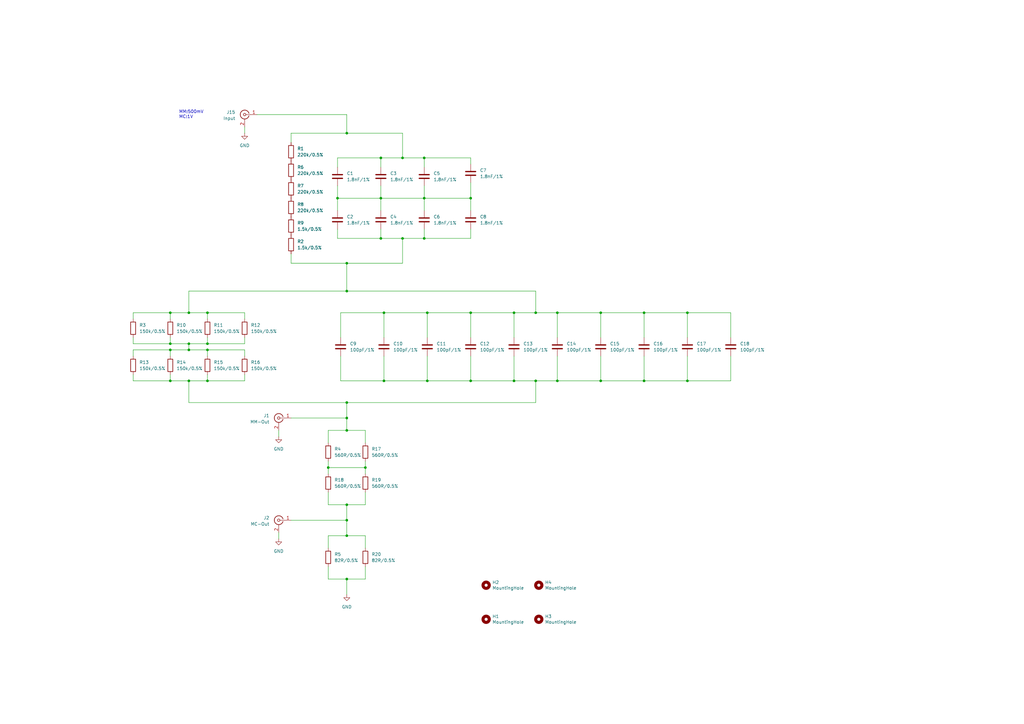
<source format=kicad_sch>
(kicad_sch (version 20250114) (generator "eeschema") (generator_version "9.0")
  (paper "A3")
  (title_block (title "Inverse RIAA") (date "2025-08-12") (rev "V1"))
  (lib_symbols
    (symbol "Connector:Conn_Coaxial" (pin_names (offset 1.016) (hide yes))
      (property "Reference" "J" (at 0.254 3.048 0))
      (property "Value" "Conn_Coaxial" (at 2.921 0 90))
      (symbol "Conn_Coaxial_0_1"
        (polyline (pts (xy -2.54 0) (xy -0.508 0)))
        (arc (start 1.778 0) (mid 0.222 -1.8079) (end -1.778 -0.508) (stroke (width 0.254)))
        (arc (start -1.778 0.508) (mid 0.2221 1.8084) (end 1.778 0) (stroke (width 0.254)))
        (circle (center 0 0) (radius 0.508) (stroke (width 0.2032)))
        (polyline (pts (xy 0 -2.54) (xy 0 -1.778)))
      )
      (symbol "Conn_Coaxial_1_1"
        (pin passive line (at -5.08 0 0) (length 2.54) (name "In") (number "1"))
        (pin passive line (at 0 -5.08 90) (length 2.54) (name "Ext") (number "2"))
      )
    )
    (symbol "Device:C" (pin_numbers (hide yes)) (pin_names (offset 0.254))
      (property "Reference" "C" (at 0.635 2.54 0))
      (property "Value" "C" (at 0.635 -2.54 0))
      (symbol "C_0_1"
        (polyline (pts (xy -2.032 0.762) (xy 2.032 0.762)) (stroke (width 0.508)))
        (polyline (pts (xy -2.032 -0.762) (xy 2.032 -0.762)) (stroke (width 0.508)))
      )
      (symbol "C_1_1"
        (pin passive line (at 0 3.81 270) (length 2.794) (name "~") (number "1"))
        (pin passive line (at 0 -3.81 90) (length 2.794) (name "~") (number "2"))
      )
    )
    (symbol "Device:R" (pin_numbers (hide yes)) (pin_names (offset 0))
      (property "Reference" "R" (at 2.032 0 90))
      (property "Value" "R" (at 0 0 90))
      (symbol "R_0_1"
        (rectangle (start -1.016 -2.54) (end 1.016 2.54) (stroke (width 0.254)))
      )
      (symbol "R_1_1"
        (pin passive line (at 0 3.81 270) (length 1.27) (name "~") (number "1"))
        (pin passive line (at 0 -3.81 90) (length 1.27) (name "~") (number "2"))
      )
    )
    (symbol "Mechanical:MountingHole" (pin_names (offset 1.016))
      (property "Reference" "H" (at 0 5.08 0))
      (property "Value" "MountingHole" (at 0 3.175 0))
      (symbol "MountingHole_0_1"
        (circle (center 0 0) (radius 1.27) (stroke (width 1.27)))
      )
    )
    (symbol "power:GND" (power) (pin_numbers (hide yes)) (pin_names (offset 0) (hide yes))
      (property "Value" "GND" (at 0 -3.81 0))
      (symbol "GND_0_1"
        (polyline (pts (xy 0 0) (xy 0 -1.27) (xy 1.27 -1.27) (xy 0 -2.54) (xy -1.27 -1.27) (xy 0 -1.27)))
      )
      (symbol "GND_1_1"
        (pin power_in line (at 0 0 270) (length 0) (name "~") (number "1"))
      )
    )
  )
  (text "MM:500mV\nMC:1V" (at 73.406 46.99 0) (effects (font (size 1.27 1.27)) (justify left)))
  (junction (at 264.16 156.21))
  (junction (at 142.24 54.61))
  (junction (at 173.99 81.28))
  (junction (at 193.04 81.28))
  (junction (at 228.6 128.27))
  (junction (at 157.48 156.21))
  (junction (at 142.24 219.71))
  (junction (at 77.47 128.27))
  (junction (at 156.21 81.28))
  (junction (at 142.24 171.45))
  (junction (at 246.38 128.27))
  (junction (at 264.16 128.27))
  (junction (at 149.86 191.77))
  (junction (at 156.21 97.79))
  (junction (at 175.26 128.27))
  (junction (at 77.47 143.51))
  (junction (at 142.24 119.38))
  (junction (at 173.99 64.77))
  (junction (at 210.82 156.21))
  (junction (at 69.85 140.97))
  (junction (at 85.09 156.21))
  (junction (at 193.04 128.27))
  (junction (at 281.94 128.27))
  (junction (at 165.1 64.77))
  (junction (at 142.24 107.95))
  (junction (at 85.09 143.51))
  (junction (at 175.26 156.21))
  (junction (at 281.94 156.21))
  (junction (at 142.24 237.49))
  (junction (at 69.85 143.51))
  (junction (at 142.24 176.53))
  (junction (at 246.38 156.21))
  (junction (at 134.62 191.77))
  (junction (at 142.24 165.1))
  (junction (at 69.85 156.21))
  (junction (at 173.99 97.79))
  (junction (at 77.47 140.97))
  (junction (at 193.04 156.21))
  (junction (at 157.48 128.27))
  (junction (at 85.09 140.97))
  (junction (at 77.47 156.21))
  (junction (at 165.1 97.79))
  (junction (at 69.85 128.27))
  (junction (at 219.71 156.21))
  (junction (at 228.6 156.21))
  (junction (at 219.71 128.27))
  (junction (at 142.24 207.01))
  (junction (at 156.21 64.77))
  (junction (at 210.82 128.27))
  (junction (at 85.09 128.27))
  (junction (at 138.43 81.28))
  (junction (at 142.24 213.36))
  (wire (pts (xy 149.86 224.79) (xy 149.86 219.71)))
  (wire (pts (xy 142.24 54.61) (xy 142.24 46.99)))
  (wire (pts (xy 134.62 207.01) (xy 142.24 207.01)))
  (wire (pts (xy 149.86 189.23) (xy 149.86 191.77)))
  (wire (pts (xy 246.38 128.27) (xy 246.38 138.43)))
  (wire (pts (xy 142.24 165.1) (xy 219.71 165.1)))
  (wire (pts (xy 54.61 143.51) (xy 69.85 143.51)))
  (wire (pts (xy 119.38 107.95) (xy 142.24 107.95)))
  (wire (pts (xy 77.47 143.51) (xy 85.09 143.51)))
  (wire (pts (xy 193.04 81.28) (xy 193.04 86.36)))
  (wire (pts (xy 69.85 153.67) (xy 69.85 156.21)))
  (wire (pts (xy 165.1 97.79) (xy 173.99 97.79)))
  (wire (pts (xy 149.86 237.49) (xy 142.24 237.49)))
  (wire (pts (xy 149.86 176.53) (xy 142.24 176.53)))
  (wire (pts (xy 149.86 181.61) (xy 149.86 176.53)))
  (wire (pts (xy 173.99 81.28) (xy 193.04 81.28)))
  (wire (pts (xy 69.85 138.43) (xy 69.85 140.97)))
  (wire (pts (xy 85.09 153.67) (xy 85.09 156.21)))
  (wire (pts (xy 228.6 156.21) (xy 246.38 156.21)))
  (wire (pts (xy 100.33 143.51) (xy 100.33 146.05)))
  (wire (pts (xy 210.82 128.27) (xy 210.82 138.43)))
  (wire (pts (xy 114.3 218.44) (xy 114.3 220.98)))
  (wire (pts (xy 157.48 128.27) (xy 157.48 138.43)))
  (wire (pts (xy 193.04 156.21) (xy 210.82 156.21)))
  (wire (pts (xy 142.24 213.36) (xy 142.24 219.71)))
  (wire (pts (xy 119.38 58.42) (xy 119.38 54.61)))
  (wire (pts (xy 138.43 68.58) (xy 138.43 64.77)))
  (wire (pts (xy 228.6 146.05) (xy 228.6 156.21)))
  (wire (pts (xy 100.33 156.21) (xy 100.33 153.67)))
  (wire (pts (xy 193.04 128.27) (xy 193.04 138.43)))
  (wire (pts (xy 165.1 54.61) (xy 165.1 64.77)))
  (wire (pts (xy 100.33 128.27) (xy 100.33 130.81)))
  (wire (pts (xy 77.47 128.27) (xy 85.09 128.27)))
  (wire (pts (xy 138.43 81.28) (xy 156.21 81.28)))
  (wire (pts (xy 134.62 219.71) (xy 142.24 219.71)))
  (wire (pts (xy 219.71 165.1) (xy 219.71 156.21)))
  (wire (pts (xy 142.24 237.49) (xy 142.24 243.84)))
  (wire (pts (xy 156.21 81.28) (xy 156.21 86.36)))
  (wire (pts (xy 54.61 138.43) (xy 54.61 140.97)))
  (wire (pts (xy 77.47 128.27) (xy 77.47 119.38)))
  (wire (pts (xy 156.21 64.77) (xy 156.21 68.58)))
  (wire (pts (xy 165.1 64.77) (xy 173.99 64.77)))
  (wire (pts (xy 138.43 76.2) (xy 138.43 81.28)))
  (wire (pts (xy 156.21 93.98) (xy 156.21 97.79)))
  (wire (pts (xy 193.04 74.93) (xy 193.04 81.28)))
  (wire (pts (xy 85.09 140.97) (xy 100.33 140.97)))
  (wire (pts (xy 149.86 232.41) (xy 149.86 237.49)))
  (wire (pts (xy 138.43 93.98) (xy 138.43 97.79)))
  (wire (pts (xy 193.04 97.79) (xy 193.04 93.98)))
  (wire (pts (xy 281.94 128.27) (xy 299.72 128.27)))
  (wire (pts (xy 193.04 146.05) (xy 193.04 156.21)))
  (wire (pts (xy 299.72 156.21) (xy 299.72 146.05)))
  (wire (pts (xy 210.82 156.21) (xy 219.71 156.21)))
  (wire (pts (xy 149.86 207.01) (xy 142.24 207.01)))
  (wire (pts (xy 210.82 146.05) (xy 210.82 156.21)))
  (wire (pts (xy 134.62 181.61) (xy 134.62 176.53)))
  (wire (pts (xy 175.26 146.05) (xy 175.26 156.21)))
  (wire (pts (xy 142.24 119.38) (xy 219.71 119.38)))
  (wire (pts (xy 138.43 81.28) (xy 138.43 86.36)))
  (wire (pts (xy 69.85 128.27) (xy 77.47 128.27)))
  (wire (pts (xy 77.47 119.38) (xy 142.24 119.38)))
  (wire (pts (xy 54.61 130.81) (xy 54.61 128.27)))
  (wire (pts (xy 142.24 165.1) (xy 142.24 171.45)))
  (wire (pts (xy 69.85 143.51) (xy 69.85 146.05)))
  (wire (pts (xy 100.33 52.07) (xy 100.33 54.61)))
  (wire (pts (xy 119.38 171.45) (xy 142.24 171.45)))
  (wire (pts (xy 134.62 191.77) (xy 149.86 191.77)))
  (wire (pts (xy 85.09 128.27) (xy 100.33 128.27)))
  (wire (pts (xy 69.85 143.51) (xy 77.47 143.51)))
  (wire (pts (xy 139.7 138.43) (xy 139.7 128.27)))
  (wire (pts (xy 219.71 156.21) (xy 228.6 156.21)))
  (wire (pts (xy 54.61 156.21) (xy 69.85 156.21)))
  (wire (pts (xy 193.04 64.77) (xy 193.04 67.31)))
  (wire (pts (xy 142.24 107.95) (xy 165.1 107.95)))
  (wire (pts (xy 119.38 107.95) (xy 119.38 104.14)))
  (wire (pts (xy 138.43 97.79) (xy 156.21 97.79)))
  (wire (pts (xy 134.62 207.01) (xy 134.62 201.93)))
  (wire (pts (xy 119.38 213.36) (xy 142.24 213.36)))
  (wire (pts (xy 142.24 107.95) (xy 142.24 119.38)))
  (wire (pts (xy 173.99 81.28) (xy 173.99 86.36)))
  (wire (pts (xy 228.6 128.27) (xy 228.6 138.43)))
  (wire (pts (xy 134.62 191.77) (xy 134.62 194.31)))
  (wire (pts (xy 77.47 165.1) (xy 77.47 156.21)))
  (wire (pts (xy 142.24 54.61) (xy 165.1 54.61)))
  (wire (pts (xy 157.48 146.05) (xy 157.48 156.21)))
  (wire (pts (xy 228.6 128.27) (xy 246.38 128.27)))
  (wire (pts (xy 69.85 128.27) (xy 69.85 130.81)))
  (wire (pts (xy 139.7 128.27) (xy 157.48 128.27)))
  (wire (pts (xy 173.99 93.98) (xy 173.99 97.79)))
  (wire (pts (xy 77.47 140.97) (xy 85.09 140.97)))
  (wire (pts (xy 149.86 191.77) (xy 149.86 194.31)))
  (wire (pts (xy 134.62 189.23) (xy 134.62 191.77)))
  (wire (pts (xy 173.99 64.77) (xy 173.99 68.58)))
  (wire (pts (xy 77.47 165.1) (xy 142.24 165.1)))
  (wire (pts (xy 281.94 156.21) (xy 299.72 156.21)))
  (wire (pts (xy 134.62 224.79) (xy 134.62 219.71)))
  (wire (pts (xy 219.71 128.27) (xy 228.6 128.27)))
  (wire (pts (xy 281.94 128.27) (xy 281.94 138.43)))
  (wire (pts (xy 165.1 107.95) (xy 165.1 97.79)))
  (wire (pts (xy 69.85 156.21) (xy 77.47 156.21)))
  (wire (pts (xy 105.41 46.99) (xy 142.24 46.99)))
  (wire (pts (xy 142.24 237.49) (xy 134.62 237.49)))
  (wire (pts (xy 138.43 64.77) (xy 156.21 64.77)))
  (wire (pts (xy 156.21 97.79) (xy 165.1 97.79)))
  (wire (pts (xy 54.61 140.97) (xy 69.85 140.97)))
  (wire (pts (xy 139.7 146.05) (xy 139.7 156.21)))
  (wire (pts (xy 246.38 146.05) (xy 246.38 156.21)))
  (wire (pts (xy 142.24 219.71) (xy 149.86 219.71)))
  (wire (pts (xy 149.86 201.93) (xy 149.86 207.01)))
  (wire (pts (xy 134.62 237.49) (xy 134.62 232.41)))
  (wire (pts (xy 264.16 156.21) (xy 281.94 156.21)))
  (wire (pts (xy 85.09 143.51) (xy 85.09 146.05)))
  (wire (pts (xy 77.47 156.21) (xy 85.09 156.21)))
  (wire (pts (xy 139.7 156.21) (xy 157.48 156.21)))
  (wire (pts (xy 100.33 140.97) (xy 100.33 138.43)))
  (wire (pts (xy 193.04 128.27) (xy 210.82 128.27)))
  (wire (pts (xy 175.26 128.27) (xy 193.04 128.27)))
  (wire (pts (xy 85.09 128.27) (xy 85.09 130.81)))
  (wire (pts (xy 85.09 143.51) (xy 100.33 143.51)))
  (wire (pts (xy 85.09 156.21) (xy 100.33 156.21)))
  (wire (pts (xy 77.47 140.97) (xy 77.47 143.51)))
  (wire (pts (xy 264.16 128.27) (xy 264.16 138.43)))
  (wire (pts (xy 69.85 140.97) (xy 77.47 140.97)))
  (wire (pts (xy 54.61 146.05) (xy 54.61 143.51)))
  (wire (pts (xy 246.38 128.27) (xy 264.16 128.27)))
  (wire (pts (xy 157.48 156.21) (xy 175.26 156.21)))
  (wire (pts (xy 264.16 128.27) (xy 281.94 128.27)))
  (wire (pts (xy 173.99 76.2) (xy 173.99 81.28)))
  (wire (pts (xy 54.61 153.67) (xy 54.61 156.21)))
  (wire (pts (xy 142.24 176.53) (xy 134.62 176.53)))
  (wire (pts (xy 119.38 54.61) (xy 142.24 54.61)))
  (wire (pts (xy 210.82 128.27) (xy 219.71 128.27)))
  (wire (pts (xy 175.26 156.21) (xy 193.04 156.21)))
  (wire (pts (xy 246.38 156.21) (xy 264.16 156.21)))
  (wire (pts (xy 142.24 171.45) (xy 142.24 176.53)))
  (wire (pts (xy 173.99 97.79) (xy 193.04 97.79)))
  (wire (pts (xy 156.21 76.2) (xy 156.21 81.28)))
  (wire (pts (xy 173.99 64.77) (xy 193.04 64.77)))
  (wire (pts (xy 299.72 128.27) (xy 299.72 138.43)))
  (wire (pts (xy 157.48 128.27) (xy 175.26 128.27)))
  (wire (pts (xy 264.16 146.05) (xy 264.16 156.21)))
  (wire (pts (xy 156.21 81.28) (xy 173.99 81.28)))
  (wire (pts (xy 142.24 207.01) (xy 142.24 213.36)))
  (wire (pts (xy 175.26 128.27) (xy 175.26 138.43)))
  (wire (pts (xy 156.21 64.77) (xy 165.1 64.77)))
  (wire (pts (xy 54.61 128.27) (xy 69.85 128.27)))
  (wire (pts (xy 219.71 128.27) (xy 219.71 119.38)))
  (wire (pts (xy 281.94 146.05) (xy 281.94 156.21)))
  (wire (pts (xy 114.3 176.53) (xy 114.3 179.07)))
  (wire (pts (xy 85.09 138.43) (xy 85.09 140.97)))
  (symbol (lib_id "Mechanical:MountingHole") (at 199.39 240.03 0) (unit 1)
    (property "Reference" "H2" (at 201.93 238.8616 0) (effects (justify left)))
    (property "Value" "MountingHole" (at 201.93 241.173 0) (effects (justify left)))
    (property "Footprint" "MountingHole:MountingHole_3.2mm_M3_Pad_Via" (effects (hide yes)))
  )
  (symbol (lib_id "Mechanical:MountingHole") (at 220.98 240.03 0) (unit 1)
    (property "Reference" "H4" (at 223.52 238.8616 0) (effects (justify left)))
    (property "Value" "MountingHole" (at 223.52 241.173 0) (effects (justify left)))
    (property "Footprint" "MountingHole:MountingHole_3.2mm_M3_Pad_Via" (effects (hide yes)))
  )
  (symbol (lib_id "Mechanical:MountingHole") (at 199.39 254 0) (unit 1)
    (property "Reference" "H1" (at 201.93 252.8316 0) (effects (justify left)))
    (property "Value" "MountingHole" (at 201.93 255.143 0) (effects (justify left)))
    (property "Footprint" "MountingHole:MountingHole_3.2mm_M3_Pad_Via" (effects (hide yes)))
  )
  (symbol (lib_id "Mechanical:MountingHole") (at 220.98 254 0) (unit 1)
    (property "Reference" "H3" (at 223.52 252.8316 0) (effects (justify left)))
    (property "Value" "MountingHole" (at 223.52 255.143 0) (effects (justify left)))
    (property "Footprint" "MountingHole:MountingHole_3.2mm_M3_Pad_Via" (effects (hide yes)))
  )
  (symbol (lib_id "Device:R") (at 119.38 69.85 0) (unit 1)
    (property "Reference" "R6" (at 121.92 68.5799 0) (effects (justify left)))
    (property "Value" "220k/0.5%" (at 121.92 71.1199 0) (effects (justify left)))
    (property "Footprint" "Resistor_SMD:R_0805_2012Metric_Pad1.20x1.40mm_HandSolder" (effects (hide yes)))
    (property "Description" "Resistor" (effects (hide yes)))
  )
  (symbol (lib_id "Device:R") (at 69.85 134.62 0) (unit 1)
    (property "Reference" "R10" (at 72.39 133.3499 0) (effects (justify left)))
    (property "Value" "150k/0.5%" (at 72.39 135.8899 0) (effects (justify left)))
    (property "Footprint" "Resistor_SMD:R_0805_2012Metric_Pad1.20x1.40mm_HandSolder" (effects (hide yes)))
    (property "Description" "Resistor" (effects (hide yes)))
  )
  (symbol (lib_id "Device:R") (at 54.61 149.86 0) (unit 1)
    (property "Reference" "R13" (at 57.15 148.5899 0) (effects (justify left)))
    (property "Value" "150k/0.5%" (at 57.15 151.1299 0) (effects (justify left)))
    (property "Footprint" "Resistor_SMD:R_0805_2012Metric_Pad1.20x1.40mm_HandSolder" (effects (hide yes)))
    (property "Description" "Resistor" (effects (hide yes)))
  )
  (symbol (lib_id "power:GND") (at 100.33 54.61 0) (unit 1)
    (property "Reference" "#PWR01" (effects (hide yes)))
    (property "Value" "GND" (at 100.33 59.69 0))
    (property "Description" "Power symbol creates a global label with name \"GND\" , ground" (effects (hide yes)))
  )
  (symbol (lib_id "Device:R") (at 100.33 134.62 0) (unit 1)
    (property "Reference" "R12" (at 102.87 133.3499 0) (effects (justify left)))
    (property "Value" "150k/0.5%" (at 102.87 135.8899 0) (effects (justify left)))
    (property "Footprint" "Resistor_SMD:R_0805_2012Metric_Pad1.20x1.40mm_HandSolder" (effects (hide yes)))
    (property "Description" "Resistor" (effects (hide yes)))
  )
  (symbol (lib_id "Device:R") (at 85.09 134.62 0) (unit 1)
    (property "Reference" "R11" (at 87.63 133.3499 0) (effects (justify left)))
    (property "Value" "150k/0.5%" (at 87.63 135.8899 0) (effects (justify left)))
    (property "Footprint" "Resistor_SMD:R_0805_2012Metric_Pad1.20x1.40mm_HandSolder" (effects (hide yes)))
    (property "Description" "Resistor" (effects (hide yes)))
  )
  (symbol (lib_id "Device:C") (at 156.21 90.17 0) (unit 1)
    (property "Reference" "C4" (at 160.02 88.8999 0) (effects (justify left)))
    (property "Value" "1.8nF/1%" (at 160.02 91.4399 0) (effects (justify left)))
    (property "Footprint" "Capacitor_SMD:C_0805_2012Metric_Pad1.18x1.45mm_HandSolder" (effects (hide yes)))
    (property "Description" "Unpolarized capacitor" (effects (hide yes)))
  )
  (symbol (lib_id "Device:R") (at 69.85 149.86 0) (unit 1)
    (property "Reference" "R14" (at 72.39 148.5899 0) (effects (justify left)))
    (property "Value" "150k/0.5%" (at 72.39 151.1299 0) (effects (justify left)))
    (property "Footprint" "Resistor_SMD:R_0805_2012Metric_Pad1.20x1.40mm_HandSolder" (effects (hide yes)))
    (property "Description" "Resistor" (effects (hide yes)))
  )
  (symbol (lib_id "Device:C") (at 228.6 142.24 0) (unit 1)
    (property "Reference" "C14" (at 232.41 140.9699 0) (effects (justify left)))
    (property "Value" "100pF/1%" (at 232.41 143.5099 0) (effects (justify left)))
    (property "Footprint" "Capacitor_SMD:C_0805_2012Metric_Pad1.18x1.45mm_HandSolder" (effects (hide yes)))
    (property "Description" "Unpolarized capacitor" (effects (hide yes)))
  )
  (symbol (lib_id "Connector:Conn_Coaxial") (at 114.3 213.36 0) (mirror y) (unit 1)
    (property "Reference" "J2" (at 110.49 212.3831 0) (effects (justify left)))
    (property "Value" "MC-Out" (at 110.49 214.9231 0) (effects (justify left)))
    (property "Footprint" "kicad-snk:RCA-Phono_CUI-Devices_RCJ-02X_Vertical" (effects (hide yes)))
    (property "Description" "coaxial connector (BNC, SMA, SMB, SMC, Cinch/RCA, LEMO, ...)" (effects (hide yes)))
  )
  (symbol (lib_id "Device:R") (at 100.33 149.86 0) (unit 1)
    (property "Reference" "R16" (at 102.87 148.5899 0) (effects (justify left)))
    (property "Value" "150k/0.5%" (at 102.87 151.1299 0) (effects (justify left)))
    (property "Footprint" "Resistor_SMD:R_0805_2012Metric_Pad1.20x1.40mm_HandSolder" (effects (hide yes)))
    (property "Description" "Resistor" (effects (hide yes)))
  )
  (symbol (lib_id "Connector:Conn_Coaxial") (at 100.33 46.99 0) (mirror y) (unit 1)
    (property "Reference" "J15" (at 96.52 46.0131 0) (effects (justify left)))
    (property "Value" "Input" (at 96.52 48.5531 0) (effects (justify left)))
    (property "Footprint" "kicad-snk:RCA-Phono_CUI-Devices_RCJ-02X_Vertical" (effects (hide yes)))
    (property "Description" "coaxial connector (BNC, SMA, SMB, SMC, Cinch/RCA, LEMO, ...)" (effects (hide yes)))
  )
  (symbol (lib_id "Device:C") (at 193.04 71.12 0) (unit 1)
    (property "Reference" "C7" (at 196.85 69.8499 0) (effects (justify left)))
    (property "Value" "1.8nF/1%" (at 196.85 72.3899 0) (effects (justify left)))
    (property "Footprint" "Capacitor_SMD:C_0805_2012Metric_Pad1.18x1.45mm_HandSolder" (effects (hide yes)))
    (property "Description" "Unpolarized capacitor" (effects (hide yes)))
  )
  (symbol (lib_id "Device:R") (at 149.86 198.12 0) (unit 1)
    (property "Reference" "R19" (at 152.4 196.8499 0) (effects (justify left)))
    (property "Value" "560R/0.5%" (at 152.4 199.3899 0) (effects (justify left)))
    (property "Footprint" "Resistor_SMD:R_0805_2012Metric_Pad1.20x1.40mm_HandSolder" (effects (hide yes)))
    (property "Description" "Resistor" (effects (hide yes)))
  )
  (symbol (lib_id "Device:C") (at 193.04 142.24 0) (unit 1)
    (property "Reference" "C12" (at 196.85 140.9699 0) (effects (justify left)))
    (property "Value" "100pF/1%" (at 196.85 143.5099 0) (effects (justify left)))
    (property "Footprint" "Capacitor_SMD:C_0805_2012Metric_Pad1.18x1.45mm_HandSolder" (effects (hide yes)))
    (property "Description" "Unpolarized capacitor" (effects (hide yes)))
  )
  (symbol (lib_id "Device:C") (at 156.21 72.39 0) (unit 1)
    (property "Reference" "C3" (at 160.02 71.1199 0) (effects (justify left)))
    (property "Value" "1.8nF/1%" (at 160.02 73.6599 0) (effects (justify left)))
    (property "Footprint" "Capacitor_SMD:C_0805_2012Metric_Pad1.18x1.45mm_HandSolder" (effects (hide yes)))
    (property "Description" "Unpolarized capacitor" (effects (hide yes)))
  )
  (symbol (lib_id "Device:R") (at 119.38 92.71 0) (unit 1)
    (property "Reference" "R9" (at 121.92 91.4399 0) (effects (justify left)))
    (property "Value" "1.5k/0.5%" (at 121.92 93.9799 0) (effects (justify left)))
    (property "Footprint" "Resistor_SMD:R_0805_2012Metric_Pad1.20x1.40mm_HandSolder" (effects (hide yes)))
    (property "Description" "Resistor" (effects (hide yes)))
  )
  (symbol (lib_id "Device:C") (at 246.38 142.24 0) (unit 1)
    (property "Reference" "C15" (at 250.19 140.9699 0) (effects (justify left)))
    (property "Value" "100pF/1%" (at 250.19 143.5099 0) (effects (justify left)))
    (property "Footprint" "Capacitor_SMD:C_0805_2012Metric_Pad1.18x1.45mm_HandSolder" (effects (hide yes)))
    (property "Description" "Unpolarized capacitor" (effects (hide yes)))
  )
  (symbol (lib_id "power:GND") (at 114.3 179.07 0) (unit 1)
    (property "Reference" "#PWR02" (effects (hide yes)))
    (property "Value" "GND" (at 114.3 184.15 0))
    (property "Description" "Power symbol creates a global label with name \"GND\" , ground" (effects (hide yes)))
  )
  (symbol (lib_id "Device:R") (at 119.38 85.09 0) (unit 1)
    (property "Reference" "R8" (at 121.92 83.8199 0) (effects (justify left)))
    (property "Value" "220k/0.5%" (at 121.92 86.3599 0) (effects (justify left)))
    (property "Footprint" "Resistor_SMD:R_0805_2012Metric_Pad1.20x1.40mm_HandSolder" (effects (hide yes)))
    (property "Description" "Resistor" (effects (hide yes)))
  )
  (symbol (lib_id "Device:C") (at 173.99 72.39 0) (unit 1)
    (property "Reference" "C5" (at 177.8 71.1199 0) (effects (justify left)))
    (property "Value" "1.8nF/1%" (at 177.8 73.6599 0) (effects (justify left)))
    (property "Footprint" "Capacitor_SMD:C_0805_2012Metric_Pad1.18x1.45mm_HandSolder" (effects (hide yes)))
    (property "Description" "Unpolarized capacitor" (effects (hide yes)))
  )
  (symbol (lib_id "Device:C") (at 175.26 142.24 0) (unit 1)
    (property "Reference" "C11" (at 179.07 140.9699 0) (effects (justify left)))
    (property "Value" "100pF/1%" (at 179.07 143.5099 0) (effects (justify left)))
    (property "Footprint" "Capacitor_SMD:C_0805_2012Metric_Pad1.18x1.45mm_HandSolder" (effects (hide yes)))
    (property "Description" "Unpolarized capacitor" (effects (hide yes)))
  )
  (symbol (lib_id "Device:R") (at 119.38 100.33 0) (unit 1)
    (property "Reference" "R2" (at 121.92 99.0599 0) (effects (justify left)))
    (property "Value" "1.5k/0.5%" (at 121.92 101.5999 0) (effects (justify left)))
    (property "Footprint" "Resistor_SMD:R_0805_2012Metric_Pad1.20x1.40mm_HandSolder" (effects (hide yes)))
    (property "Description" "Resistor" (effects (hide yes)))
  )
  (symbol (lib_id "Device:C") (at 173.99 90.17 0) (unit 1)
    (property "Reference" "C6" (at 177.8 88.8999 0) (effects (justify left)))
    (property "Value" "1.8nF/1%" (at 177.8 91.4399 0) (effects (justify left)))
    (property "Footprint" "Capacitor_SMD:C_0805_2012Metric_Pad1.18x1.45mm_HandSolder" (effects (hide yes)))
    (property "Description" "Unpolarized capacitor" (effects (hide yes)))
  )
  (symbol (lib_id "Device:R") (at 134.62 198.12 0) (unit 1)
    (property "Reference" "R18" (at 137.16 196.8499 0) (effects (justify left)))
    (property "Value" "560R/0.5%" (at 137.16 199.3899 0) (effects (justify left)))
    (property "Footprint" "Resistor_SMD:R_0805_2012Metric_Pad1.20x1.40mm_HandSolder" (effects (hide yes)))
    (property "Description" "Resistor" (effects (hide yes)))
  )
  (symbol (lib_id "Device:R") (at 149.86 228.6 0) (unit 1)
    (property "Reference" "R20" (at 152.4 227.3299 0) (effects (justify left)))
    (property "Value" "82R/0.5%" (at 152.4 229.8699 0) (effects (justify left)))
    (property "Footprint" "Resistor_SMD:R_0805_2012Metric_Pad1.20x1.40mm_HandSolder" (effects (hide yes)))
    (property "Description" "Resistor" (effects (hide yes)))
  )
  (symbol (lib_id "Device:C") (at 193.04 90.17 0) (unit 1)
    (property "Reference" "C8" (at 196.85 88.8999 0) (effects (justify left)))
    (property "Value" "1.8nF/1%" (at 196.85 91.4399 0) (effects (justify left)))
    (property "Footprint" "Capacitor_SMD:C_0805_2012Metric_Pad1.18x1.45mm_HandSolder" (effects (hide yes)))
    (property "Description" "Unpolarized capacitor" (effects (hide yes)))
  )
  (symbol (lib_id "Device:R") (at 134.62 185.42 0) (unit 1)
    (property "Reference" "R4" (at 137.16 184.1499 0) (effects (justify left)))
    (property "Value" "560R/0.5%" (at 137.16 186.6899 0) (effects (justify left)))
    (property "Footprint" "Resistor_SMD:R_0805_2012Metric_Pad1.20x1.40mm_HandSolder" (effects (hide yes)))
    (property "Description" "Resistor" (effects (hide yes)))
  )
  (symbol (lib_id "Device:C") (at 281.94 142.24 0) (unit 1)
    (property "Reference" "C17" (at 285.75 140.9699 0) (effects (justify left)))
    (property "Value" "100pF/1%" (at 285.75 143.5099 0) (effects (justify left)))
    (property "Footprint" "Capacitor_SMD:C_0805_2012Metric_Pad1.18x1.45mm_HandSolder" (effects (hide yes)))
    (property "Description" "Unpolarized capacitor" (effects (hide yes)))
  )
  (symbol (lib_id "power:GND") (at 114.3 220.98 0) (unit 1)
    (property "Reference" "#PWR03" (effects (hide yes)))
    (property "Value" "GND" (at 114.3 226.06 0))
    (property "Description" "Power symbol creates a global label with name \"GND\" , ground" (effects (hide yes)))
  )
  (symbol (lib_id "Device:C") (at 157.48 142.24 0) (unit 1)
    (property "Reference" "C10" (at 161.29 140.9699 0) (effects (justify left)))
    (property "Value" "100pF/1%" (at 161.29 143.5099 0) (effects (justify left)))
    (property "Footprint" "Capacitor_SMD:C_0805_2012Metric_Pad1.18x1.45mm_HandSolder" (effects (hide yes)))
    (property "Description" "Unpolarized capacitor" (effects (hide yes)))
  )
  (symbol (lib_id "Device:R") (at 149.86 185.42 0) (unit 1)
    (property "Reference" "R17" (at 152.4 184.1499 0) (effects (justify left)))
    (property "Value" "560R/0.5%" (at 152.4 186.6899 0) (effects (justify left)))
    (property "Footprint" "Resistor_SMD:R_0805_2012Metric_Pad1.20x1.40mm_HandSolder" (effects (hide yes)))
    (property "Description" "Resistor" (effects (hide yes)))
  )
  (symbol (lib_id "Device:R") (at 119.38 62.23 0) (unit 1)
    (property "Reference" "R1" (at 121.92 60.9599 0) (effects (justify left)))
    (property "Value" "220k/0.5%" (at 121.92 63.4999 0) (effects (justify left)))
    (property "Footprint" "Resistor_SMD:R_0805_2012Metric_Pad1.20x1.40mm_HandSolder" (effects (hide yes)))
    (property "Description" "Resistor" (effects (hide yes)))
  )
  (symbol (lib_id "Device:C") (at 299.72 142.24 0) (unit 1)
    (property "Reference" "C18" (at 303.53 140.9699 0) (effects (justify left)))
    (property "Value" "100pF/1%" (at 303.53 143.5099 0) (effects (justify left)))
    (property "Footprint" "Capacitor_SMD:C_0805_2012Metric_Pad1.18x1.45mm_HandSolder" (effects (hide yes)))
    (property "Description" "Unpolarized capacitor" (effects (hide yes)))
  )
  (symbol (lib_id "Connector:Conn_Coaxial") (at 114.3 171.45 0) (mirror y) (unit 1)
    (property "Reference" "J1" (at 110.49 170.4731 0) (effects (justify left)))
    (property "Value" "MM-Out" (at 110.49 173.0131 0) (effects (justify left)))
    (property "Footprint" "kicad-snk:RCA-Phono_CUI-Devices_RCJ-02X_Vertical" (effects (hide yes)))
    (property "Description" "coaxial connector (BNC, SMA, SMB, SMC, Cinch/RCA, LEMO, ...)" (effects (hide yes)))
  )
  (symbol (lib_id "Device:R") (at 85.09 149.86 0) (unit 1)
    (property "Reference" "R15" (at 87.63 148.5899 0) (effects (justify left)))
    (property "Value" "150k/0.5%" (at 87.63 151.1299 0) (effects (justify left)))
    (property "Footprint" "Resistor_SMD:R_0805_2012Metric_Pad1.20x1.40mm_HandSolder" (effects (hide yes)))
    (property "Description" "Resistor" (effects (hide yes)))
  )
  (symbol (lib_id "Device:C") (at 138.43 72.39 0) (unit 1)
    (property "Reference" "C1" (at 142.24 71.1199 0) (effects (justify left)))
    (property "Value" "1.8nF/1%" (at 142.24 73.6599 0) (effects (justify left)))
    (property "Footprint" "Capacitor_SMD:C_0805_2012Metric_Pad1.18x1.45mm_HandSolder" (effects (hide yes)))
    (property "Description" "Unpolarized capacitor" (effects (hide yes)))
  )
  (symbol (lib_id "Device:R") (at 54.61 134.62 0) (unit 1)
    (property "Reference" "R3" (at 57.15 133.3499 0) (effects (justify left)))
    (property "Value" "150k/0.5%" (at 57.15 135.8899 0) (effects (justify left)))
    (property "Footprint" "Resistor_SMD:R_0805_2012Metric_Pad1.20x1.40mm_HandSolder" (effects (hide yes)))
    (property "Description" "Resistor" (effects (hide yes)))
  )
  (symbol (lib_id "Device:R") (at 134.62 228.6 0) (unit 1)
    (property "Reference" "R5" (at 137.16 227.3299 0) (effects (justify left)))
    (property "Value" "82R/0.5%" (at 137.16 229.8699 0) (effects (justify left)))
    (property "Footprint" "Resistor_SMD:R_0805_2012Metric_Pad1.20x1.40mm_HandSolder" (effects (hide yes)))
    (property "Description" "Resistor" (effects (hide yes)))
  )
  (symbol (lib_id "Device:C") (at 264.16 142.24 0) (unit 1)
    (property "Reference" "C16" (at 267.97 140.9699 0) (effects (justify left)))
    (property "Value" "100pF/1%" (at 267.97 143.5099 0) (effects (justify left)))
    (property "Footprint" "Capacitor_SMD:C_0805_2012Metric_Pad1.18x1.45mm_HandSolder" (effects (hide yes)))
    (property "Description" "Unpolarized capacitor" (effects (hide yes)))
  )
  (symbol (lib_id "Device:R") (at 119.38 77.47 0) (unit 1)
    (property "Reference" "R7" (at 121.92 76.1999 0) (effects (justify left)))
    (property "Value" "220k/0.5%" (at 121.92 78.7399 0) (effects (justify left)))
    (property "Footprint" "Resistor_SMD:R_0805_2012Metric_Pad1.20x1.40mm_HandSolder" (effects (hide yes)))
    (property "Description" "Resistor" (effects (hide yes)))
  )
  (symbol (lib_id "power:GND") (at 142.24 243.84 0) (unit 1)
    (property "Reference" "#PWR04" (effects (hide yes)))
    (property "Value" "GND" (at 142.24 248.92 0))
    (property "Description" "Power symbol creates a global label with name \"GND\" , ground" (effects (hide yes)))
  )
  (symbol (lib_id "Device:C") (at 210.82 142.24 0) (unit 1)
    (property "Reference" "C13" (at 214.63 140.9699 0) (effects (justify left)))
    (property "Value" "100pF/1%" (at 214.63 143.5099 0) (effects (justify left)))
    (property "Footprint" "Capacitor_SMD:C_0805_2012Metric_Pad1.18x1.45mm_HandSolder" (effects (hide yes)))
    (property "Description" "Unpolarized capacitor" (effects (hide yes)))
  )
  (symbol (lib_id "Device:C") (at 139.7 142.24 0) (unit 1)
    (property "Reference" "C9" (at 143.51 140.9699 0) (effects (justify left)))
    (property "Value" "100pF/1%" (at 143.51 143.5099 0) (effects (justify left)))
    (property "Footprint" "Capacitor_SMD:C_0805_2012Metric_Pad1.18x1.45mm_HandSolder" (effects (hide yes)))
    (property "Description" "Unpolarized capacitor" (effects (hide yes)))
  )
  (symbol (lib_id "Device:C") (at 138.43 90.17 0) (unit 1)
    (property "Reference" "C2" (at 142.24 88.8999 0) (effects (justify left)))
    (property "Value" "1.8nF/1%" (at 142.24 91.4399 0) (effects (justify left)))
    (property "Footprint" "Capacitor_SMD:C_0805_2012Metric_Pad1.18x1.45mm_HandSolder" (effects (hide yes)))
    (property "Description" "Unpolarized capacitor" (effects (hide yes)))
  )
)
</source>
